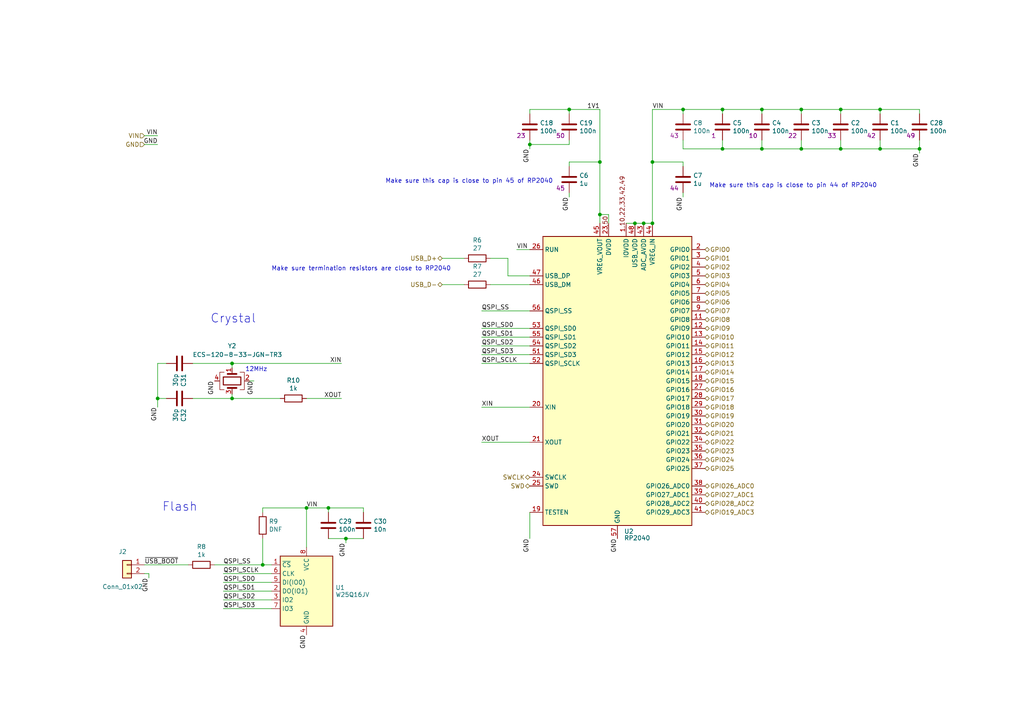
<source format=kicad_sch>
(kicad_sch (version 20230121) (generator eeschema)
  (paper "A4")
  (title_block (title "RP2040 Base") (date "2023-07-22") (rev "0.1"))
  (lib_symbols
    (symbol "Connector_Generic:Conn_01x02" (pin_names (offset 1.016) hide)
      (property "Reference" "J" (at 0 2.54 0))
      (property "Value" "Conn_01x02" (at 0 -5.08 0))
      (symbol "Conn_01x02_1_1"
        (rectangle (start -1.27 -2.413) (end 0 -2.667) (stroke (width 0.1524)))
        (rectangle (start -1.27 0.127) (end 0 -0.127) (stroke (width 0.1524)))
        (rectangle (start -1.27 1.27) (end 1.27 -3.81) (stroke (width 0.254)) (fill (type background)))
        (pin passive line (at -5.08 0 0) (length 3.81) (name "Pin_1") (number "1"))
        (pin passive line (at -5.08 -2.54 0) (length 3.81) (name "Pin_2") (number "2"))
      )
    )
    (symbol "Device:C" (pin_numbers hide) (pin_names (offset 0.254))
      (property "Reference" "C" (at 0.635 2.54 0))
      (property "Value" "C" (at 0.635 -2.54 0))
      (symbol "C_0_1"
        (polyline (pts (xy -2.032 -0.762) (xy 2.032 -0.762)) (stroke (width 0.508)))
        (polyline (pts (xy -2.032 0.762) (xy 2.032 0.762)) (stroke (width 0.508)))
      )
      (symbol "C_1_1"
        (pin passive line (at 0 3.81 270) (length 2.794) (name "~") (number "1"))
        (pin passive line (at 0 -3.81 90) (length 2.794) (name "~") (number "2"))
      )
    )
    (symbol "Device:Crystal_GND24" (pin_names (offset 1.016) hide)
      (property "Reference" "Y" (at 3.175 5.08 0))
      (property "Value" "Crystal_GND24" (at 3.175 3.175 0))
      (symbol "Crystal_GND24_0_1"
        (rectangle (start -1.143 2.54) (end 1.143 -2.54) (stroke (width 0.3048)))
        (polyline (pts (xy -2.54 0) (xy -2.032 0)))
        (polyline (pts (xy -2.032 -1.27) (xy -2.032 1.27)) (stroke (width 0.508)))
        (polyline (pts (xy 0 -3.81) (xy 0 -3.556)))
        (polyline (pts (xy 0 3.556) (xy 0 3.81)))
        (polyline (pts (xy 2.032 -1.27) (xy 2.032 1.27)) (stroke (width 0.508)))
        (polyline (pts (xy 2.032 0) (xy 2.54 0)))
        (polyline (pts (xy -2.54 -2.286) (xy -2.54 -3.556) (xy 2.54 -3.556) (xy 2.54 -2.286)))
        (polyline (pts (xy -2.54 2.286) (xy -2.54 3.556) (xy 2.54 3.556) (xy 2.54 2.286)))
      )
      (symbol "Crystal_GND24_1_1"
        (pin passive line (at -3.81 0 0) (length 1.27) (name "1") (number "1"))
        (pin passive line (at 0 5.08 270) (length 1.27) (name "2") (number "2"))
        (pin passive line (at 3.81 0 180) (length 1.27) (name "3") (number "3"))
        (pin passive line (at 0 -5.08 90) (length 1.27) (name "4") (number "4"))
      )
    )
    (symbol "Device:R" (pin_numbers hide) (pin_names (offset 0))
      (property "Reference" "R" (at 2.032 0 90))
      (property "Value" "R" (at 0 0 90))
      (symbol "R_0_1"
        (rectangle (start -1.016 -2.54) (end 1.016 2.54) (stroke (width 0.254)))
      )
      (symbol "R_1_1"
        (pin passive line (at 0 3.81 270) (length 1.27) (name "~") (number "1"))
        (pin passive line (at 0 -3.81 90) (length 1.27) (name "~") (number "2"))
      )
    )
    (symbol "rp2040_base:RP2040"
      (property "Reference" "U" (at 17.78 45.72 0))
      (property "Value" "RP2040" (at 17.78 43.18 0))
      (symbol "RP2040_0_1"
        (rectangle (start -21.59 41.91) (end 21.59 -41.91) (stroke (width 0.254)) (fill (type background)))
      )
      (symbol "RP2040_1_1"
        (text ",10,22,33,42,49\n" (at 1.4224 44.2468 900) (effects (font (size 1.27 1.27)) (justify left)))
        (text ",50\n\n" (at -2.4892 44.704 900) (effects (font (size 1.27 1.27)) (justify left)))
        (pin power_in line (at 2.54 45.72 270) (length 3.81) (name "IOVDD") (number "1"))
        (pin passive line (at 2.54 45.72 270) (length 3.81) hide (name "IOVDD") (number "10"))
        (pin bidirectional line (at 25.4 17.78 180) (length 3.81) (name "GPIO8") (number "11"))
        (pin bidirectional line (at 25.4 15.24 180) (length 3.81) (name "GPIO9") (number "12"))
        (pin bidirectional line (at 25.4 12.7 180) (length 3.81) (name "GPIO10") (number "13"))
        (pin bidirectional line (at 25.4 10.16 180) (length 3.81) (name "GPIO11") (number "14"))
        (pin bidirectional line (at 25.4 7.62 180) (length 3.81) (name "GPIO12") (number "15"))
        (pin bidirectional line (at 25.4 5.08 180) (length 3.81) (name "GPIO13") (number "16"))
        (pin bidirectional line (at 25.4 2.54 180) (length 3.81) (name "GPIO14") (number "17"))
        (pin bidirectional line (at 25.4 0 180) (length 3.81) (name "GPIO15") (number "18"))
        (pin input line (at -25.4 -38.1 0) (length 3.81) (name "TESTEN") (number "19"))
        (pin bidirectional line (at 25.4 38.1 180) (length 3.81) (name "GPIO0") (number "2"))
        (pin input line (at -25.4 -7.62 0) (length 3.81) (name "XIN") (number "20"))
        (pin passive line (at -25.4 -17.78 0) (length 3.81) (name "XOUT") (number "21"))
        (pin passive line (at 2.54 45.72 270) (length 3.81) hide (name "IOVDD") (number "22"))
        (pin power_in line (at -2.54 45.72 270) (length 3.81) (name "DVDD") (number "23"))
        (pin input line (at -25.4 -27.94 0) (length 3.81) (name "SWCLK") (number "24"))
        (pin bidirectional line (at -25.4 -30.48 0) (length 3.81) (name "SWD") (number "25"))
        (pin input line (at -25.4 38.1 0) (length 3.81) (name "RUN") (number "26"))
        (pin bidirectional line (at 25.4 -2.54 180) (length 3.81) (name "GPIO16") (number "27"))
        (pin bidirectional line (at 25.4 -5.08 180) (length 3.81) (name "GPIO17") (number "28"))
        (pin bidirectional line (at 25.4 -7.62 180) (length 3.81) (name "GPIO18") (number "29"))
        (pin bidirectional line (at 25.4 35.56 180) (length 3.81) (name "GPIO1") (number "3"))
        (pin bidirectional line (at 25.4 -10.16 180) (length 3.81) (name "GPIO19") (number "30"))
        (pin bidirectional line (at 25.4 -12.7 180) (length 3.81) (name "GPIO20") (number "31"))
        (pin bidirectional line (at 25.4 -15.24 180) (length 3.81) (name "GPIO21") (number "32"))
        (pin passive line (at 2.54 45.72 270) (length 3.81) hide (name "IOVDD") (number "33"))
        (pin bidirectional line (at 25.4 -17.78 180) (length 3.81) (name "GPIO22") (number "34"))
        (pin bidirectional line (at 25.4 -20.32 180) (length 3.81) (name "GPIO23") (number "35"))
        (pin bidirectional line (at 25.4 -22.86 180) (length 3.81) (name "GPIO24") (number "36"))
        (pin bidirectional line (at 25.4 -25.4 180) (length 3.81) (name "GPIO25") (number "37"))
        (pin bidirectional line (at 25.4 -30.48 180) (length 3.81) (name "GPIO26_ADC0") (number "38"))
        (pin bidirectional line (at 25.4 -33.02 180) (length 3.81) (name "GPIO27_ADC1") (number "39"))
        (pin bidirectional line (at 25.4 33.02 180) (length 3.81) (name "GPIO2") (number "4"))
        (pin bidirectional line (at 25.4 -35.56 180) (length 3.81) (name "GPIO28_ADC2") (number "40"))
        (pin bidirectional line (at 25.4 -38.1 180) (length 3.81) (name "GPIO29_ADC3") (number "41"))
        (pin passive line (at 2.54 45.72 270) (length 3.81) hide (name "IOVDD") (number "42"))
        (pin power_in line (at 7.62 45.72 270) (length 3.81) (name "ADC_AVDD") (number "43"))
        (pin power_in line (at 10.16 45.72 270) (length 3.81) (name "VREG_IN") (number "44"))
        (pin power_out line (at -5.08 45.72 270) (length 3.81) (name "VREG_VOUT") (number "45"))
        (pin bidirectional line (at -25.4 27.94 0) (length 3.81) (name "USB_DM") (number "46"))
        (pin bidirectional line (at -25.4 30.48 0) (length 3.81) (name "USB_DP") (number "47"))
        (pin power_in line (at 5.08 45.72 270) (length 3.81) (name "USB_VDD") (number "48"))
        (pin passive line (at 2.54 45.72 270) (length 3.81) hide (name "IOVDD") (number "49"))
        (pin bidirectional line (at 25.4 30.48 180) (length 3.81) (name "GPIO3") (number "5"))
        (pin passive line (at -2.54 45.72 270) (length 3.81) hide (name "DVDD") (number "50"))
        (pin bidirectional line (at -25.4 7.62 0) (length 3.81) (name "QSPI_SD3") (number "51"))
        (pin output line (at -25.4 5.08 0) (length 3.81) (name "QSPI_SCLK") (number "52"))
        (pin bidirectional line (at -25.4 15.24 0) (length 3.81) (name "QSPI_SD0") (number "53"))
        (pin bidirectional line (at -25.4 10.16 0) (length 3.81) (name "QSPI_SD2") (number "54"))
        (pin bidirectional line (at -25.4 12.7 0) (length 3.81) (name "QSPI_SD1") (number "55"))
        (pin bidirectional line (at -25.4 20.32 0) (length 3.81) (name "QSPI_SS") (number "56"))
        (pin power_in line (at 0 -45.72 90) (length 3.81) (name "GND") (number "57"))
        (pin bidirectional line (at 25.4 27.94 180) (length 3.81) (name "GPIO4") (number "6"))
        (pin bidirectional line (at 25.4 25.4 180) (length 3.81) (name "GPIO5") (number "7"))
        (pin bidirectional line (at 25.4 22.86 180) (length 3.81) (name "GPIO6") (number "8"))
        (pin bidirectional line (at 25.4 20.32 180) (length 3.81) (name "GPIO7") (number "9"))
      )
    )
    (symbol "rp2040_base:W25Q16JV"
      (property "Reference" "U" (at -6.35 11.43 0))
      (property "Value" "W25Q16JV" (at 7.62 11.43 0))
      (symbol "W25Q16JV_0_1"
        (rectangle (start -7.62 10.16) (end 7.62 -10.16) (stroke (width 0.254)) (fill (type background)))
      )
      (symbol "W25Q16JV_1_1"
        (pin input line (at -10.16 7.62 0) (length 2.54) (name "~{CS}") (number "1"))
        (pin bidirectional line (at -10.16 0 0) (length 2.54) (name "DO(IO1)") (number "2"))
        (pin bidirectional line (at -10.16 -2.54 0) (length 2.54) (name "IO2") (number "3"))
        (pin power_in line (at 0 -12.7 90) (length 2.54) (name "GND") (number "4"))
        (pin bidirectional line (at -10.16 2.54 0) (length 2.54) (name "DI(IO0)") (number "5"))
        (pin input line (at -10.16 5.08 0) (length 2.54) (name "CLK") (number "6"))
        (pin bidirectional line (at -10.16 -5.08 0) (length 2.54) (name "IO3") (number "7"))
        (pin power_in line (at 0 12.7 270) (length 2.54) (name "VCC") (number "8"))
      )
    )
  )
  (junction (at 88.9 147.32))
  (junction (at 189.23 46.99))
  (junction (at 220.98 31.75))
  (junction (at 266.7 43.18))
  (junction (at 45.72 115.57))
  (junction (at 232.41 43.18))
  (junction (at 95.25 147.32))
  (junction (at 67.31 115.57))
  (junction (at 255.27 43.18))
  (junction (at 67.31 105.41))
  (junction (at 243.84 31.75))
  (junction (at 184.15 64.77))
  (junction (at 186.69 64.77))
  (junction (at 189.23 64.77))
  (junction (at 173.99 46.99))
  (junction (at 209.55 31.75))
  (junction (at 209.55 43.18))
  (junction (at 220.98 43.18))
  (junction (at 165.1 31.75))
  (junction (at 100.33 156.21))
  (junction (at 198.12 31.75))
  (junction (at 76.2 163.83))
  (junction (at 243.84 43.18))
  (junction (at 153.67 41.91))
  (junction (at 173.99 62.23))
  (junction (at 232.41 31.75))
  (junction (at 255.27 31.75))
  (wire (pts (xy 95.25 147.32) (xy 105.41 147.32)))
  (wire (pts (xy 173.99 31.75) (xy 173.99 46.99)))
  (wire (pts (xy 41.91 166.37) (xy 43.18 166.37)))
  (wire (pts (xy 134.62 82.55) (xy 128.27 82.55)))
  (wire (pts (xy 153.67 148.59) (xy 153.67 156.21)))
  (wire (pts (xy 173.99 46.99) (xy 173.99 62.23)))
  (wire (pts (xy 176.53 62.23) (xy 173.99 62.23)))
  (wire (pts (xy 76.2 148.59) (xy 76.2 147.32)))
  (wire (pts (xy 45.72 115.57) (xy 48.26 115.57)))
  (wire (pts (xy 266.7 33.02) (xy 266.7 31.75)))
  (wire (pts (xy 266.7 43.18) (xy 266.7 44.45)))
  (wire (pts (xy 67.31 106.68) (xy 67.31 105.41)))
  (wire (pts (xy 220.98 33.02) (xy 220.98 31.75)))
  (wire (pts (xy 198.12 40.64) (xy 198.12 43.18)))
  (wire (pts (xy 139.7 100.33) (xy 153.67 100.33)))
  (wire (pts (xy 45.72 105.41) (xy 45.72 115.57)))
  (wire (pts (xy 189.23 31.75) (xy 189.23 46.99)))
  (wire (pts (xy 176.53 64.77) (xy 176.53 62.23)))
  (wire (pts (xy 198.12 48.26) (xy 198.12 46.99)))
  (wire (pts (xy 232.41 33.02) (xy 232.41 31.75)))
  (wire (pts (xy 198.12 33.02) (xy 198.12 31.75)))
  (wire (pts (xy 243.84 43.18) (xy 232.41 43.18)))
  (wire (pts (xy 76.2 147.32) (xy 88.9 147.32)))
  (wire (pts (xy 209.55 31.75) (xy 220.98 31.75)))
  (wire (pts (xy 165.1 48.26) (xy 165.1 46.99)))
  (wire (pts (xy 139.7 102.87) (xy 153.67 102.87)))
  (wire (pts (xy 209.55 40.64) (xy 209.55 43.18)))
  (wire (pts (xy 153.67 128.27) (xy 139.7 128.27)))
  (wire (pts (xy 220.98 31.75) (xy 232.41 31.75)))
  (wire (pts (xy 45.72 39.37) (xy 41.91 39.37)))
  (wire (pts (xy 232.41 43.18) (xy 220.98 43.18)))
  (wire (pts (xy 78.74 176.53) (xy 64.77 176.53)))
  (wire (pts (xy 165.1 46.99) (xy 173.99 46.99)))
  (wire (pts (xy 243.84 40.64) (xy 243.84 43.18)))
  (wire (pts (xy 45.72 41.91) (xy 41.91 41.91)))
  (wire (pts (xy 165.1 31.75) (xy 173.99 31.75)))
  (wire (pts (xy 55.88 105.41) (xy 67.31 105.41)))
  (wire (pts (xy 255.27 31.75) (xy 266.7 31.75)))
  (wire (pts (xy 73.66 110.49) (xy 72.39 110.49)))
  (wire (pts (xy 147.32 74.93) (xy 147.32 80.01)))
  (wire (pts (xy 153.67 31.75) (xy 165.1 31.75)))
  (wire (pts (xy 153.67 33.02) (xy 153.67 31.75)))
  (wire (pts (xy 139.7 118.11) (xy 153.67 118.11)))
  (wire (pts (xy 153.67 41.91) (xy 153.67 43.18)))
  (wire (pts (xy 45.72 105.41) (xy 48.26 105.41)))
  (wire (pts (xy 186.69 64.77) (xy 189.23 64.77)))
  (wire (pts (xy 147.32 74.93) (xy 142.24 74.93)))
  (wire (pts (xy 153.67 90.17) (xy 139.7 90.17)))
  (wire (pts (xy 198.12 31.75) (xy 209.55 31.75)))
  (wire (pts (xy 189.23 46.99) (xy 198.12 46.99)))
  (wire (pts (xy 88.9 115.57) (xy 99.06 115.57)))
  (wire (pts (xy 189.23 46.99) (xy 189.23 64.77)))
  (wire (pts (xy 78.74 171.45) (xy 64.77 171.45)))
  (wire (pts (xy 255.27 43.18) (xy 243.84 43.18)))
  (wire (pts (xy 105.41 148.59) (xy 105.41 147.32)))
  (wire (pts (xy 55.88 115.57) (xy 67.31 115.57)))
  (wire (pts (xy 67.31 114.3) (xy 67.31 115.57)))
  (wire (pts (xy 165.1 33.02) (xy 165.1 31.75)))
  (wire (pts (xy 181.61 64.77) (xy 184.15 64.77)))
  (wire (pts (xy 255.27 33.02) (xy 255.27 31.75)))
  (wire (pts (xy 209.55 43.18) (xy 198.12 43.18)))
  (wire (pts (xy 95.25 147.32) (xy 88.9 147.32)))
  (wire (pts (xy 88.9 147.32) (xy 88.9 158.75)))
  (wire (pts (xy 78.74 173.99) (xy 64.77 173.99)))
  (wire (pts (xy 232.41 31.75) (xy 243.84 31.75)))
  (wire (pts (xy 67.31 115.57) (xy 81.28 115.57)))
  (wire (pts (xy 76.2 163.83) (xy 78.74 163.83)))
  (wire (pts (xy 165.1 55.88) (xy 165.1 57.15)))
  (wire (pts (xy 45.72 115.57) (xy 45.72 118.11)))
  (wire (pts (xy 266.7 40.64) (xy 266.7 43.18)))
  (wire (pts (xy 62.23 163.83) (xy 76.2 163.83)))
  (wire (pts (xy 78.74 168.91) (xy 64.77 168.91)))
  (wire (pts (xy 134.62 74.93) (xy 128.27 74.93)))
  (wire (pts (xy 67.31 105.41) (xy 99.06 105.41)))
  (wire (pts (xy 173.99 62.23) (xy 173.99 64.77)))
  (wire (pts (xy 220.98 40.64) (xy 220.98 43.18)))
  (wire (pts (xy 189.23 31.75) (xy 198.12 31.75)))
  (wire (pts (xy 243.84 31.75) (xy 255.27 31.75)))
  (wire (pts (xy 43.18 166.37) (xy 43.18 167.64)))
  (wire (pts (xy 95.25 148.59) (xy 95.25 147.32)))
  (wire (pts (xy 139.7 95.25) (xy 153.67 95.25)))
  (wire (pts (xy 54.61 163.83) (xy 41.91 163.83)))
  (wire (pts (xy 153.67 41.91) (xy 165.1 41.91)))
  (wire (pts (xy 209.55 33.02) (xy 209.55 31.75)))
  (wire (pts (xy 100.33 157.48) (xy 100.33 156.21)))
  (wire (pts (xy 95.25 156.21) (xy 100.33 156.21)))
  (wire (pts (xy 220.98 43.18) (xy 209.55 43.18)))
  (wire (pts (xy 64.77 166.37) (xy 78.74 166.37)))
  (wire (pts (xy 153.67 82.55) (xy 142.24 82.55)))
  (wire (pts (xy 255.27 43.18) (xy 266.7 43.18)))
  (wire (pts (xy 232.41 40.64) (xy 232.41 43.18)))
  (wire (pts (xy 165.1 41.91) (xy 165.1 40.64)))
  (wire (pts (xy 139.7 97.79) (xy 153.67 97.79)))
  (wire (pts (xy 149.86 72.39) (xy 153.67 72.39)))
  (wire (pts (xy 100.33 156.21) (xy 105.41 156.21)))
  (wire (pts (xy 255.27 40.64) (xy 255.27 43.18)))
  (wire (pts (xy 198.12 55.88) (xy 198.12 57.15)))
  (wire (pts (xy 153.67 105.41) (xy 139.7 105.41)))
  (wire (pts (xy 153.67 40.64) (xy 153.67 41.91)))
  (wire (pts (xy 184.15 64.77) (xy 186.69 64.77)))
  (wire (pts (xy 153.67 80.01) (xy 147.32 80.01)))
  (wire (pts (xy 243.84 33.02) (xy 243.84 31.75)))
  (wire (pts (xy 76.2 156.21) (xy 76.2 163.83)))
  (text "Flash" (at 46.99 148.59 0) (effects (font (size 2.54 2.54)) (justify left bottom)))
  (text "12MHz\n" (at 71.12 107.95 0) (effects (font (size 1.27 1.27)) (justify left bottom)))
  (text "Make sure termination resistors are close to RP2040" (at 130.81 78.74 0) (effects (font (size 1.27 1.27)) (justify right bottom)))
  (text "Make sure this cap is close to pin 45 of RP2040" (at 111.76 53.34 0) (effects (font (size 1.27 1.27)) (justify left bottom)))
  (text "Crystal" (at 60.96 93.98 0) (effects (font (size 2.54 2.54)) (justify left bottom)))
  (text "Make sure this cap is close to pin 44 of RP2040" (at 205.74 54.61 0) (effects (font (size 1.27 1.27)) (justify left bottom)))
  (label "GND" (at 153.67 43.18 270))
  (label "GND" (at 198.12 57.15 270))
  (label "QSPI_SD1" (at 64.77 171.45 0))
  (label "1V1" (at 173.99 31.75 180))
  (label "GND" (at 88.9 184.15 270))
  (label "QSPI_SD1" (at 139.7 97.79 0))
  (label "VIN" (at 189.23 31.75 0))
  (label "QSPI_SD3" (at 139.7 102.87 0))
  (label "QSPI_SS" (at 64.77 163.83 0))
  (label "QSPI_SD0" (at 64.77 168.91 0))
  (label "QSPI_SD0" (at 139.7 95.25 0))
  (label "GND" (at 45.72 118.11 270))
  (label "XIN" (at 99.06 105.41 180))
  (label "QSPI_SD3" (at 64.77 176.53 0))
  (label "GND" (at 62.23 110.49 270))
  (label "GND" (at 153.67 156.21 270))
  (label "VIN" (at 88.9 147.32 0))
  (label "XOUT" (at 99.06 115.57 180))
  (label "QSPI_SD2" (at 64.77 173.99 0))
  (label "GND" (at 73.66 110.49 270))
  (label "QSPI_SS" (at 139.7 90.17 0))
  (label "GND" (at 266.7 44.45 270))
  (label "GND" (at 45.72 41.91 180))
  (label "QSPI_SCLK" (at 64.77 166.37 0))
  (label "VIN" (at 45.72 39.37 180))
  (label "~{USB_BOOT}" (at 41.91 163.83 0))
  (label "GND" (at 179.07 156.21 270))
  (label "XIN" (at 139.7 118.11 0))
  (label "GND" (at 43.18 167.64 270))
  (label "VIN" (at 149.86 72.39 0))
  (label "QSPI_SD2" (at 139.7 100.33 0))
  (label "XOUT" (at 139.7 128.27 0))
  (label "GND" (at 165.1 57.15 270))
  (label "QSPI_SCLK" (at 139.7 105.41 0))
  (label "GND" (at 100.33 157.48 270))
  (hierarchical_label "GPIO18" (shape bidirectional) (at 204.47 118.11 0))
  (hierarchical_label "GPIO24" (shape bidirectional) (at 204.47 133.35 0))
  (hierarchical_label "GPIO17" (shape bidirectional) (at 204.47 115.57 0))
  (hierarchical_label "GPIO22" (shape bidirectional) (at 204.47 128.27 0))
  (hierarchical_label "GPIO3" (shape bidirectional) (at 204.47 80.01 0))
  (hierarchical_label "GPIO0" (shape bidirectional) (at 204.47 72.39 0))
  (hierarchical_label "GPIO7" (shape bidirectional) (at 204.47 90.17 0))
  (hierarchical_label "GPIO9" (shape bidirectional) (at 204.47 95.25 0))
  (hierarchical_label "GPIO5" (shape bidirectional) (at 204.47 85.09 0))
  (hierarchical_label "USB_D+" (shape bidirectional) (at 128.27 74.93 180))
  (hierarchical_label "GPIO10" (shape bidirectional) (at 204.47 97.79 0))
  (hierarchical_label "GPIO19" (shape bidirectional) (at 204.47 120.65 0))
  (hierarchical_label "GPIO11" (shape bidirectional) (at 204.47 100.33 0))
  (hierarchical_label "GPIO23" (shape bidirectional) (at 204.47 130.81 0))
  (hierarchical_label "GPIO2" (shape bidirectional) (at 204.47 77.47 0))
  (hierarchical_label "GPIO12" (shape bidirectional) (at 204.47 102.87 0))
  (hierarchical_label "SWCLK" (shape bidirectional) (at 153.67 138.43 180))
  (hierarchical_label "GPIO27_ADC1" (shape bidirectional) (at 204.47 143.51 0))
  (hierarchical_label "SWD" (shape bidirectional) (at 153.67 140.97 180))
  (hierarchical_label "GPIO16" (shape bidirectional) (at 204.47 113.03 0))
  (hierarchical_label "GPIO20" (shape bidirectional) (at 204.47 123.19 0))
  (hierarchical_label "GPIO25" (shape bidirectional) (at 204.47 135.89 0))
  (hierarchical_label "GPIO19_ADC3" (shape bidirectional) (at 204.47 148.59 0))
  (hierarchical_label "GPIO13" (shape bidirectional) (at 204.47 105.41 0))
  (hierarchical_label "GPIO28_ADC2" (shape bidirectional) (at 204.47 146.05 0))
  (hierarchical_label "GPIO1" (shape bidirectional) (at 204.47 74.93 0))
  (hierarchical_label "GPIO15" (shape bidirectional) (at 204.47 110.49 0))
  (hierarchical_label "GND" (shape input) (at 41.91 41.91 180))
  (hierarchical_label "GPIO14" (shape bidirectional) (at 204.47 107.95 0))
  (hierarchical_label "GPIO26_ADC0" (shape bidirectional) (at 204.47 140.97 0))
  (hierarchical_label "GPIO21" (shape bidirectional) (at 204.47 125.73 0))
  (hierarchical_label "USB_D-" (shape bidirectional) (at 128.27 82.55 180))
  (hierarchical_label "GPIO6" (shape bidirectional) (at 204.47 87.63 0))
  (hierarchical_label "VIN" (shape input) (at 41.91 39.37 180))
  (hierarchical_label "GPIO4" (shape bidirectional) (at 204.47 82.55 0))
  (hierarchical_label "GPIO8" (shape bidirectional) (at 204.47 92.71 0))
  (symbol (lib_id "Device:R") (at 85.09 115.57 270) (unit 1)
    (property "Reference" "R10" (at 85.09 110.3122 90))
    (property "Value" "1k" (at 85.09 112.6236 90))
    (property "Footprint" "Resistor_SMD:R_0402_1005Metric" (effects hide))
  )
  (symbol (lib_id "Device:C") (at 255.27 36.83 0) (unit 1)
    (property "Reference" "C1" (at 258.191 35.6616 0) (effects (justify left)))
    (property "Value" "100n" (at 258.191 37.973 0) (effects (justify left)))
    (property "Footprint" "Capacitor_SMD:C_0402_1005Metric" (effects hide))
    (property "Pin" "42" (at 252.73 39.37 0))
  )
  (symbol (lib_id "Device:C") (at 198.12 36.83 0) (unit 1)
    (property "Reference" "C8" (at 201.041 35.6616 0) (effects (justify left)))
    (property "Value" "100n" (at 201.041 37.973 0) (effects (justify left)))
    (property "Footprint" "Capacitor_SMD:C_0402_1005Metric" (effects hide))
    (property "Pin" "43" (at 195.58 39.37 0))
  )
  (symbol (lib_id "Device:C") (at 105.41 152.4 0) (unit 1)
    (property "Reference" "C30" (at 108.331 151.2316 0) (effects (justify left)))
    (property "Value" "10n" (at 108.331 153.543 0) (effects (justify left)))
    (property "Footprint" "Capacitor_SMD:C_0603_1608Metric" (effects hide))
  )
  (symbol (lib_id "Device:R") (at 76.2 152.4 0) (unit 1)
    (property "Reference" "R9" (at 77.978 151.2316 0) (effects (justify left)))
    (property "Value" "DNF" (at 77.978 153.543 0) (effects (justify left)))
    (property "Footprint" "Resistor_SMD:R_0603_1608Metric" (effects hide))
  )
  (symbol (lib_id "rp2040_base:RP2040") (at 179.07 110.49 0) (unit 1)
    (property "Reference" "U2" (at 181.0259 154.1225 0) (effects (justify left)))
    (property "Value" "RP2040" (at 181.0259 156.0435 0) (effects (justify left)))
    (property "Footprint" "Package_DFN_QFN:QFN-56-1EP_7x7mm_P0.4mm_EP3.2x3.2mm" (effects hide))
    (property "Datasheet" "https://datasheets.raspberrypi.com/rp2040/rp2040-datasheet.pdf" (effects hide))
  )
  (symbol (lib_id "rp2040_base:W25Q16JV") (at 88.9 171.45 0) (unit 1)
    (property "Reference" "U1" (at 97.282 170.426 0) (effects (justify left)))
    (property "Value" "W25Q16JV" (at 97.282 172.474 0) (effects (justify left)))
    (property "Footprint" "Package_SO:SOIC-8_5.23x5.23mm_P1.27mm" (effects hide))
  )
  (symbol (lib_id "Device:R") (at 58.42 163.83 270) (unit 1)
    (property "Reference" "R8" (at 58.42 158.5722 90))
    (property "Value" "1k" (at 58.42 160.8836 90))
    (property "Footprint" "Resistor_SMD:R_0603_1608Metric" (effects hide))
  )
  (symbol (lib_id "Device:C") (at 209.55 36.83 0) (unit 1)
    (property "Reference" "C5" (at 212.471 35.6616 0) (effects (justify left)))
    (property "Value" "100n" (at 212.471 37.973 0) (effects (justify left)))
    (property "Footprint" "Capacitor_SMD:C_0402_1005Metric" (effects hide))
    (property "Pin" "1" (at 207.01 39.37 0))
  )
  (symbol (lib_id "Device:C") (at 165.1 36.83 0) (unit 1)
    (property "Reference" "C19" (at 168.021 35.6616 0) (effects (justify left)))
    (property "Value" "100n" (at 168.021 37.973 0) (effects (justify left)))
    (property "Footprint" "Capacitor_SMD:C_0402_1005Metric" (effects hide))
    (property "Pin" "50" (at 162.56 39.37 0))
  )
  (symbol (lib_id "Device:C") (at 232.41 36.83 0) (unit 1)
    (property "Reference" "C3" (at 235.331 35.6616 0) (effects (justify left)))
    (property "Value" "100n" (at 235.331 37.973 0) (effects (justify left)))
    (property "Footprint" "Capacitor_SMD:C_0402_1005Metric" (effects hide))
    (property "Pin" "22" (at 229.87 39.37 0))
  )
  (symbol (lib_id "Device:R") (at 138.43 82.55 90) (mirror x) (unit 1)
    (property "Reference" "R7" (at 138.43 77.2922 90))
    (property "Value" "27" (at 138.43 79.6036 90))
    (property "Footprint" "Resistor_SMD:R_0402_1005Metric" (effects hide))
  )
  (symbol (lib_id "Device:C") (at 95.25 152.4 0) (unit 1)
    (property "Reference" "C29" (at 98.171 151.2316 0) (effects (justify left)))
    (property "Value" "100n" (at 98.171 153.543 0) (effects (justify left)))
    (property "Footprint" "Capacitor_SMD:C_0603_1608Metric" (effects hide))
  )
  (symbol (lib_id "Device:C") (at 266.7 36.83 0) (unit 1)
    (property "Reference" "C28" (at 269.621 35.6616 0) (effects (justify left)))
    (property "Value" "100n" (at 269.621 37.973 0) (effects (justify left)))
    (property "Footprint" "Capacitor_SMD:C_0402_1005Metric" (effects hide))
    (property "Pin" "49" (at 264.16 39.37 0))
  )
  (symbol (lib_id "Device:C") (at 220.98 36.83 0) (unit 1)
    (property "Reference" "C4" (at 223.901 35.6616 0) (effects (justify left)))
    (property "Value" "100n" (at 223.901 37.973 0) (effects (justify left)))
    (property "Footprint" "Capacitor_SMD:C_0402_1005Metric" (effects hide))
    (property "Pin" "10" (at 218.44 39.37 0))
  )
  (symbol (lib_id "Connector_Generic:Conn_01x02") (at 36.83 163.83 0) (mirror y) (unit 1)
    (property "Reference" "J2" (at 35.56 160.02 0))
    (property "Value" "Conn_01x02" (at 35.56 170.18 0))
    (property "Footprint" "Connector_PinHeader_2.54mm:PinHeader_1x02_P2.54mm_Horizontal" (effects hide))
  )
  (symbol (lib_id "Device:C") (at 52.07 115.57 270) (unit 1)
    (property "Reference" "C32" (at 53.2384 118.491 0) (effects (justify left)))
    (property "Value" "30p" (at 50.927 118.491 0) (effects (justify left)))
    (property "Footprint" "Capacitor_SMD:C_0402_1005Metric" (effects hide))
  )
  (symbol (lib_id "Device:C") (at 198.12 52.07 0) (unit 1)
    (property "Reference" "C7" (at 201.041 50.9016 0) (effects (justify left)))
    (property "Value" "1u" (at 201.041 53.213 0) (effects (justify left)))
    (property "Footprint" "Capacitor_SMD:C_0402_1005Metric" (effects hide))
    (property "Pin" "44" (at 195.58 54.61 0))
  )
  (symbol (lib_id "Device:R") (at 138.43 74.93 90) (mirror x) (unit 1)
    (property "Reference" "R6" (at 138.43 69.6722 90))
    (property "Value" "27" (at 138.43 71.9836 90))
    (property "Footprint" "Resistor_SMD:R_0402_1005Metric" (effects hide))
  )
  (symbol (lib_id "Device:C") (at 153.67 36.83 0) (unit 1)
    (property "Reference" "C18" (at 156.591 35.6616 0) (effects (justify left)))
    (property "Value" "100n" (at 156.591 37.973 0) (effects (justify left)))
    (property "Footprint" "Capacitor_SMD:C_0402_1005Metric" (effects hide))
    (property "Pin" "23" (at 151.13 39.37 0))
  )
  (symbol (lib_id "Device:C") (at 165.1 52.07 0) (unit 1)
    (property "Reference" "C6" (at 168.021 50.9016 0) (effects (justify left)))
    (property "Value" "1u" (at 168.021 53.213 0) (effects (justify left)))
    (property "Footprint" "Capacitor_SMD:C_0402_1005Metric" (effects hide))
    (property "Pin" "45" (at 162.56 54.61 0))
  )
  (symbol (lib_id "Device:C") (at 243.84 36.83 0) (unit 1)
    (property "Reference" "C2" (at 246.761 35.6616 0) (effects (justify left)))
    (property "Value" "100n" (at 246.761 37.973 0) (effects (justify left)))
    (property "Footprint" "Capacitor_SMD:C_0402_1005Metric" (effects hide))
    (property "Pin" "33" (at 241.3 39.37 0))
  )
  (symbol (lib_id "Device:Crystal_GND24") (at 67.31 110.49 270) (unit 1)
    (property "Reference" "Y2" (at 66.04 100.33 90) (effects (justify left)))
    (property "Value" "ECS-120-8-33-JGN-TR3" (at 55.88 102.87 90) (effects (justify left)))
    (property "Footprint" "Crystal:Crystal_SMD_EuroQuartz_MT-4Pin_3.2x2.5mm" (effects hide))
  )
  (symbol (lib_id "Device:C") (at 52.07 105.41 270) (unit 1)
    (property "Reference" "C31" (at 53.2384 108.331 0) (effects (justify left)))
    (property "Value" "30p" (at 50.927 108.331 0) (effects (justify left)))
    (property "Footprint" "Capacitor_SMD:C_0402_1005Metric" (effects hide))
  )
)
</source>
